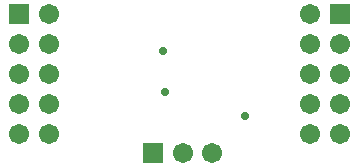
<source format=gbs>
G04*
G04 #@! TF.GenerationSoftware,Altium Limited,Altium Designer,24.5.2 (23)*
G04*
G04 Layer_Color=16711935*
%FSLAX44Y44*%
%MOMM*%
G71*
G04*
G04 #@! TF.SameCoordinates,4DB7235B-6A34-4685-BFB2-834AB5D4ADCE*
G04*
G04*
G04 #@! TF.FilePolarity,Negative*
G04*
G01*
G75*
%ADD18R,1.7112X1.7112*%
%ADD19C,1.7112*%
%ADD20R,1.7112X1.7112*%
%ADD21C,0.7032*%
D18*
X934638Y720798D02*
D03*
D19*
X959638D02*
D03*
X984638D02*
D03*
X1067113Y736998D02*
D03*
X1092513D02*
D03*
X1067113Y762398D02*
D03*
X1092513D02*
D03*
X1067113Y787798D02*
D03*
X1092513D02*
D03*
X1067113Y813198D02*
D03*
X1092513D02*
D03*
X1067113Y838598D02*
D03*
X846047Y736998D02*
D03*
X820647D02*
D03*
X846047Y762398D02*
D03*
X820647D02*
D03*
X846047Y787798D02*
D03*
X820647D02*
D03*
X846047Y813198D02*
D03*
X820647D02*
D03*
X846047Y838598D02*
D03*
D20*
X1092513D02*
D03*
X820647D02*
D03*
D21*
X944880Y772438D02*
D03*
X1012190Y752358D02*
D03*
X942853Y806933D02*
D03*
M02*

</source>
